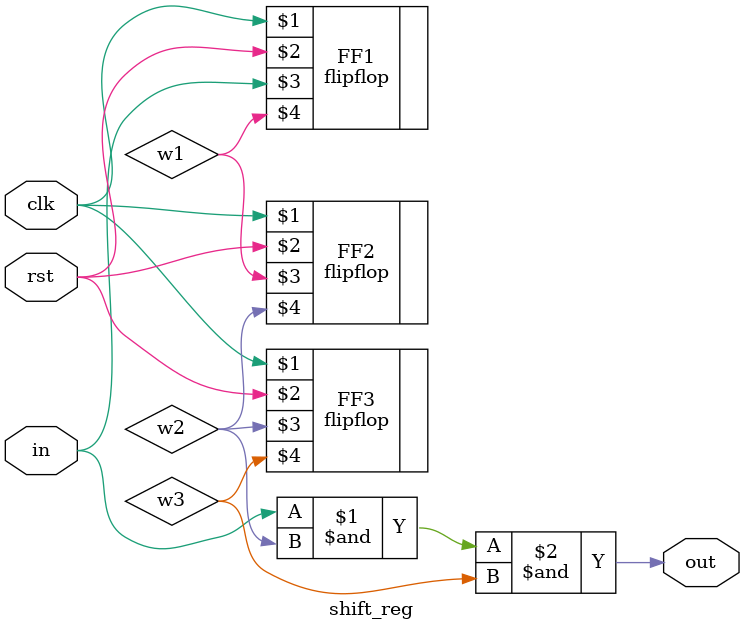
<source format=v>
`timescale 1ns / 1ps
module shift_reg(
    input clk,
    input rst,
    input in,
    output out
    );
	 
wire w1,w2,w3,w4 , w5, w6;
flipflop FF1 (clk,rst,in,w1);
flipflop FF2 (clk,rst,w1,w2);
flipflop FF3 (clk,rst,w2,w3);
//flipflop FF4 (clk,rst,w3,w4);
//flipflop FF5 (clk,rst,w4,w5);
//flipflop FF6 (clk,rst,w5,w6);

assign out = in & w2 & w3 ;//& w4 & w5 & w6;

endmodule

</source>
